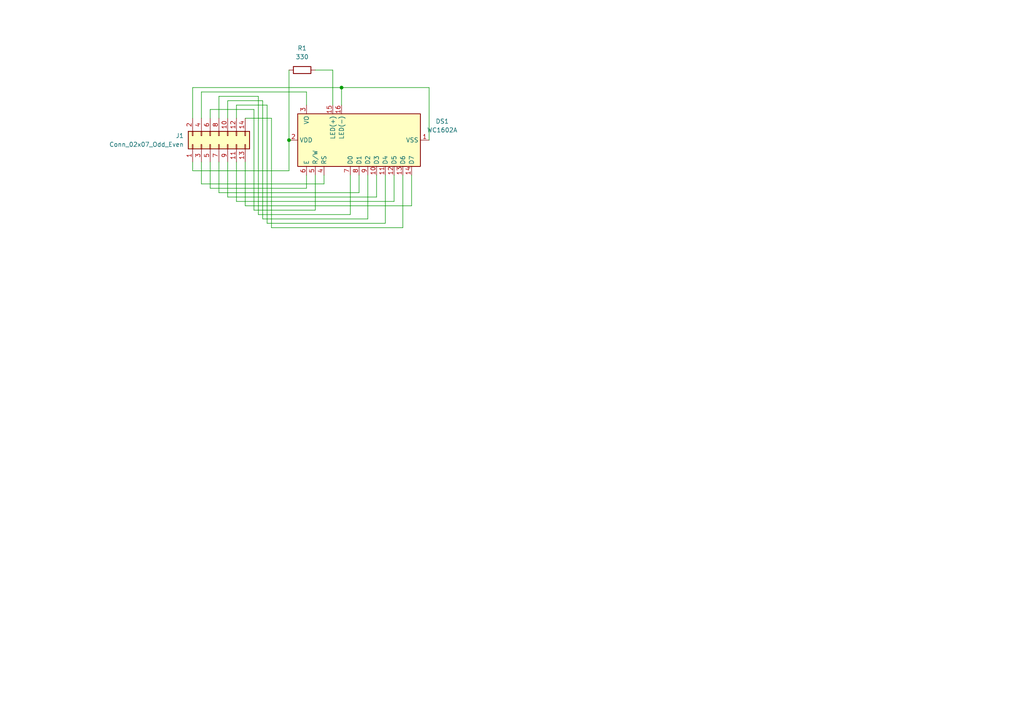
<source format=kicad_sch>
(kicad_sch (version 20250114) (generator "eeschema") (generator_version "9.0")
  (paper "A4")
  (lib_symbols
    (symbol "Connector_Generic:Conn_02x07_Odd_Even" (pin_names (offset 1.016) (hide yes))
      (property "Reference" "J" (at 1.27 10.16 0))
      (property "Value" "Conn_02x07_Odd_Even" (at 1.27 -10.16 0))
      (symbol "Conn_02x07_Odd_Even_1_1"
        (rectangle (start -1.27 8.89) (end 3.81 -8.89) (stroke (width 0.254)) (fill (type background)))
        (rectangle (start -1.27 7.747) (end 0 7.493) (stroke (width 0.1524)))
        (rectangle (start -1.27 5.207) (end 0 4.953) (stroke (width 0.1524)))
        (rectangle (start -1.27 2.667) (end 0 2.413) (stroke (width 0.1524)))
        (rectangle (start -1.27 0.127) (end 0 -0.127) (stroke (width 0.1524)))
        (rectangle (start -1.27 -2.413) (end 0 -2.667) (stroke (width 0.1524)))
        (rectangle (start -1.27 -4.953) (end 0 -5.207) (stroke (width 0.1524)))
        (rectangle (start -1.27 -7.493) (end 0 -7.747) (stroke (width 0.1524)))
        (rectangle (start 3.81 7.747) (end 2.54 7.493) (stroke (width 0.1524)))
        (rectangle (start 3.81 5.207) (end 2.54 4.953) (stroke (width 0.1524)))
        (rectangle (start 3.81 2.667) (end 2.54 2.413) (stroke (width 0.1524)))
        (rectangle (start 3.81 0.127) (end 2.54 -0.127) (stroke (width 0.1524)))
        (rectangle (start 3.81 -2.413) (end 2.54 -2.667) (stroke (width 0.1524)))
        (rectangle (start 3.81 -4.953) (end 2.54 -5.207) (stroke (width 0.1524)))
        (rectangle (start 3.81 -7.493) (end 2.54 -7.747) (stroke (width 0.1524)))
        (pin passive line (at -5.08 7.62 0) (length 3.81) (name "Pin_1") (number "1"))
        (pin passive line (at -5.08 5.08 0) (length 3.81) (name "Pin_3") (number "3"))
        (pin passive line (at -5.08 2.54 0) (length 3.81) (name "Pin_5") (number "5"))
        (pin passive line (at -5.08 0 0) (length 3.81) (name "Pin_7") (number "7"))
        (pin passive line (at -5.08 -2.54 0) (length 3.81) (name "Pin_9") (number "9"))
        (pin passive line (at -5.08 -5.08 0) (length 3.81) (name "Pin_11") (number "11"))
        (pin passive line (at -5.08 -7.62 0) (length 3.81) (name "Pin_13") (number "13"))
        (pin passive line (at 7.62 7.62 180) (length 3.81) (name "Pin_2") (number "2"))
        (pin passive line (at 7.62 5.08 180) (length 3.81) (name "Pin_4") (number "4"))
        (pin passive line (at 7.62 2.54 180) (length 3.81) (name "Pin_6") (number "6"))
        (pin passive line (at 7.62 0 180) (length 3.81) (name "Pin_8") (number "8"))
        (pin passive line (at 7.62 -2.54 180) (length 3.81) (name "Pin_10") (number "10"))
        (pin passive line (at 7.62 -5.08 180) (length 3.81) (name "Pin_12") (number "12"))
        (pin passive line (at 7.62 -7.62 180) (length 3.81) (name "Pin_14") (number "14"))
      )
    )
    (symbol "Device:R" (pin_numbers (hide yes)) (pin_names (offset 0))
      (property "Reference" "R" (at 2.032 0 90))
      (property "Value" "R" (at 0 0 90))
      (symbol "R_0_1"
        (rectangle (start -1.016 -2.54) (end 1.016 2.54) (stroke (width 0.254)))
      )
      (symbol "R_1_1"
        (pin passive line (at 0 3.81 270) (length 1.27) (name "~") (number "1"))
        (pin passive line (at 0 -3.81 90) (length 1.27) (name "~") (number "2"))
      )
    )
    (symbol "Display_Character:WC1602A"
      (property "Reference" "DS" (at -5.842 19.05 0))
      (property "Value" "WC1602A" (at 5.334 19.05 0))
      (symbol "WC1602A_1_1"
        (rectangle (start -7.62 17.78) (end 7.62 -17.78) (stroke (width 0.254)) (fill (type background)))
        (pin input line (at -10.16 15.24 0) (length 2.54) (name "E") (number "6"))
        (pin input line (at -10.16 12.7 0) (length 2.54) (name "R/W") (number "5"))
        (pin input line (at -10.16 10.16 0) (length 2.54) (name "RS") (number "4"))
        (pin input line (at -10.16 2.54 0) (length 2.54) (name "D0") (number "7"))
        (pin input line (at -10.16 0 0) (length 2.54) (name "D1") (number "8"))
        (pin input line (at -10.16 -2.54 0) (length 2.54) (name "D2") (number "9"))
        (pin input line (at -10.16 -5.08 0) (length 2.54) (name "D3") (number "10"))
        (pin input line (at -10.16 -7.62 0) (length 2.54) (name "D4") (number "11"))
        (pin input line (at -10.16 -10.16 0) (length 2.54) (name "D5") (number "12"))
        (pin input line (at -10.16 -12.7 0) (length 2.54) (name "D6") (number "13"))
        (pin input line (at -10.16 -15.24 0) (length 2.54) (name "D7") (number "14"))
        (pin power_in line (at 0 20.32 270) (length 2.54) (name "VDD") (number "2"))
        (pin power_in line (at 0 -20.32 90) (length 2.54) (name "VSS") (number "1"))
        (pin input line (at 10.16 15.24 180) (length 2.54) (name "VO") (number "3"))
        (pin power_in line (at 10.16 7.62 180) (length 2.54) (name "LED(+)") (number "15"))
        (pin power_in line (at 10.16 5.08 180) (length 2.54) (name "LED(-)") (number "16"))
      )
    )
  )
  (junction (at 83.82 40.64))
  (junction (at 99.06 25.4))
  (wire (pts (xy 55.88 25.4) (xy 99.06 25.4)))
  (wire (pts (xy 101.6 62.23) (xy 101.6 50.8)))
  (wire (pts (xy 66.04 29.21) (xy 76.2 29.21)))
  (wire (pts (xy 88.9 26.67) (xy 88.9 30.48)))
  (wire (pts (xy 60.96 46.99) (xy 60.96 54.61)))
  (wire (pts (xy 63.5 46.99) (xy 63.5 55.88)))
  (wire (pts (xy 55.88 34.29) (xy 55.88 25.4)))
  (wire (pts (xy 58.42 34.29) (xy 58.42 26.67)))
  (wire (pts (xy 76.2 29.21) (xy 76.2 63.5)))
  (wire (pts (xy 88.9 54.61) (xy 88.9 50.8)))
  (wire (pts (xy 71.12 46.99) (xy 71.12 59.69)))
  (wire (pts (xy 60.96 31.75) (xy 73.66 31.75)))
  (wire (pts (xy 91.44 50.8) (xy 91.44 60.96)))
  (wire (pts (xy 68.58 58.42) (xy 114.3 58.42)))
  (wire (pts (xy 119.38 59.69) (xy 119.38 50.8)))
  (wire (pts (xy 73.66 31.75) (xy 73.66 60.96)))
  (wire (pts (xy 66.04 46.99) (xy 66.04 57.15)))
  (wire (pts (xy 58.42 53.34) (xy 93.98 53.34)))
  (wire (pts (xy 66.04 34.29) (xy 66.04 29.21)))
  (wire (pts (xy 60.96 34.29) (xy 60.96 31.75)))
  (wire (pts (xy 58.42 26.67) (xy 88.9 26.67)))
  (wire (pts (xy 74.93 62.23) (xy 101.6 62.23)))
  (wire (pts (xy 78.74 34.29) (xy 78.74 66.04)))
  (wire (pts (xy 63.5 55.88) (xy 104.14 55.88)))
  (wire (pts (xy 66.04 57.15) (xy 109.22 57.15)))
  (wire (pts (xy 77.47 30.48) (xy 77.47 64.77)))
  (wire (pts (xy 63.5 27.94) (xy 74.93 27.94)))
  (wire (pts (xy 91.44 20.32) (xy 96.52 20.32)))
  (wire (pts (xy 58.42 46.99) (xy 58.42 53.34)))
  (wire (pts (xy 114.3 58.42) (xy 114.3 50.8)))
  (wire (pts (xy 63.5 34.29) (xy 63.5 27.94)))
  (wire (pts (xy 83.82 20.32) (xy 83.82 40.64)))
  (wire (pts (xy 68.58 34.29) (xy 68.58 30.48)))
  (wire (pts (xy 116.84 66.04) (xy 116.84 50.8)))
  (wire (pts (xy 111.76 50.8) (xy 111.76 64.77)))
  (wire (pts (xy 71.12 59.69) (xy 119.38 59.69)))
  (wire (pts (xy 109.22 57.15) (xy 109.22 50.8)))
  (wire (pts (xy 68.58 46.99) (xy 68.58 58.42)))
  (wire (pts (xy 55.88 46.99) (xy 55.88 49.53)))
  (wire (pts (xy 71.12 34.29) (xy 78.74 34.29)))
  (wire (pts (xy 68.58 30.48) (xy 77.47 30.48)))
  (wire (pts (xy 73.66 60.96) (xy 91.44 60.96)))
  (wire (pts (xy 124.46 25.4) (xy 124.46 40.64)))
  (wire (pts (xy 60.96 54.61) (xy 88.9 54.61)))
  (wire (pts (xy 99.06 25.4) (xy 124.46 25.4)))
  (wire (pts (xy 93.98 53.34) (xy 93.98 50.8)))
  (wire (pts (xy 104.14 55.88) (xy 104.14 50.8)))
  (wire (pts (xy 76.2 63.5) (xy 106.68 63.5)))
  (wire (pts (xy 83.82 40.64) (xy 83.82 49.53)))
  (wire (pts (xy 74.93 27.94) (xy 74.93 62.23)))
  (wire (pts (xy 96.52 20.32) (xy 96.52 30.48)))
  (wire (pts (xy 77.47 64.77) (xy 111.76 64.77)))
  (wire (pts (xy 106.68 63.5) (xy 106.68 50.8)))
  (wire (pts (xy 78.74 66.04) (xy 116.84 66.04)))
  (wire (pts (xy 99.06 25.4) (xy 99.06 30.48)))
  (wire (pts (xy 55.88 49.53) (xy 83.82 49.53)))
  (symbol (lib_id "Connector_Generic:Conn_02x07_Odd_Even") (at 63.5 41.91 90) (unit 1)
    (property "Reference" "J1" (at 53.34 39.3699 90) (effects (justify left)))
    (property "Value" "Conn_02x07_Odd_Even" (at 53.34 41.9099 90) (effects (justify left)))
    (property "Footprint" "Connector_IDC:IDC-Header_2x07_P2.54mm_Horizontal" (effects (hide yes)))
    (property "Description" "Generic connector, double row, 02x07, odd/even pin numbering scheme (row 1 odd numbers, row 2 even numbers), script generated (kicad-library-utils/schlib/autogen/connector/)" (effects (hide yes)))
  )
  (symbol (lib_id "Display_Character:WC1602A") (at 104.14 40.64 90) (unit 1)
    (property "Reference" "DS1" (at 128.27 35.1946 90))
    (property "Value" "WC1602A" (at 128.27 37.7346 90))
    (property "Footprint" "Display:WC1602A" (effects (hide yes)))
    (property "Datasheet" "http://www.wincomlcd.com/pdf/WC1602A-SFYLYHTC06.pdf" (effects (hide yes)))
    (property "Description" "LCD 16x2 Alphanumeric , 8 bit parallel bus, 5V VDD" (effects (hide yes)))
  )
  (symbol (lib_id "Device:R") (at 87.63 20.32 90) (unit 1)
    (property "Reference" "R1" (at 87.63 13.97 90))
    (property "Value" "330" (at 87.63 16.51 90))
    (property "Footprint" "Resistor_THT:R_Box_L13.0mm_W4.0mm_P9.00mm" (effects (hide yes)))
    (property "Description" "Resistor" (effects (hide yes)))
  )
)
</source>
